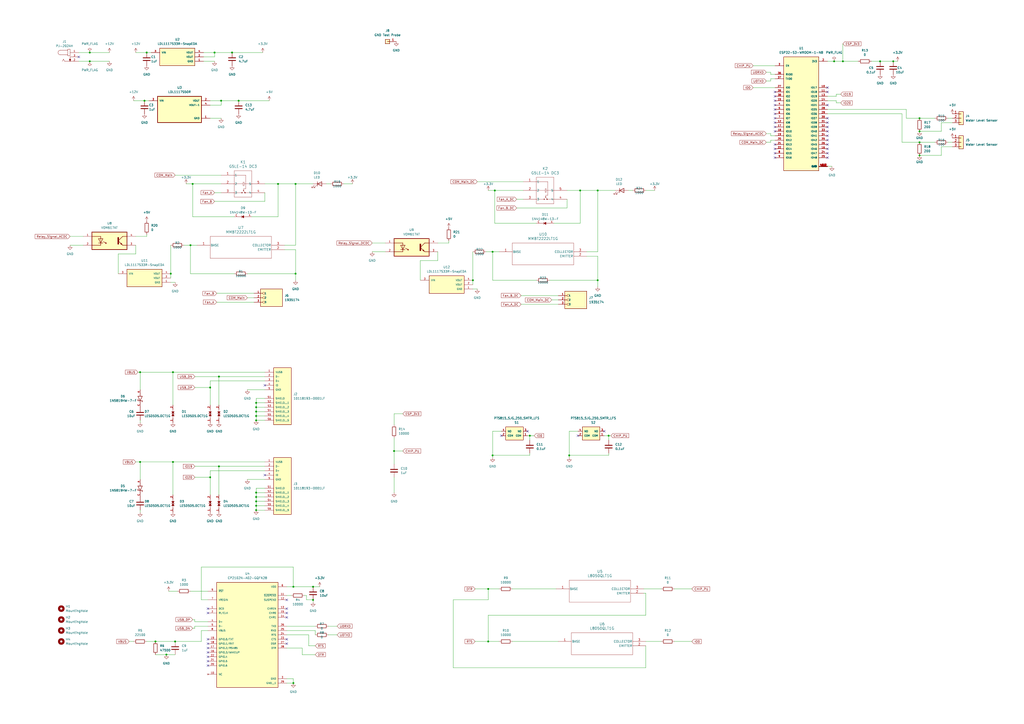
<source format=kicad_sch>
(kicad_sch (version 20230121) (generator eeschema)
  (paper "A2")
  (junction (at 483.87 35.56))
  (junction (at 274.32 162.56))
  (junction (at 128.27 58.42))
  (junction (at 533.4 82.55))
  (junction (at 171.45 158.75))
  (junction (at 533.4 68.58))
  (junction (at 96.52 379.73))
  (junction (at 171.45 106.68))
  (junction (at 336.55 110.49))
  (junction (at 346.71 162.56))
  (junction (at 285.75 264.16))
  (junction (at 170.18 396.24))
  (junction (at 283.21 341.63))
  (junction (at 353.06 252.73))
  (junction (at 148.59 241.3))
  (junction (at 148.59 236.22))
  (junction (at 134.62 30.48))
  (junction (at 283.21 372.11))
  (junction (at 148.59 288.29))
  (junction (at 307.34 252.73))
  (junction (at 510.54 35.56))
  (junction (at 101.6 372.11))
  (junction (at 170.18 340.36))
  (junction (at 81.28 267.97))
  (junction (at 148.59 238.76))
  (junction (at 85.09 30.48))
  (junction (at 83.82 58.42))
  (junction (at 518.16 35.56))
  (junction (at 138.43 58.42))
  (junction (at 99.06 158.75))
  (junction (at 100.33 267.97))
  (junction (at 228.6 261.62))
  (junction (at 488.95 35.56))
  (junction (at 111.76 106.68))
  (junction (at 127 218.44))
  (junction (at 124.46 30.48))
  (junction (at 533.4 76.2))
  (junction (at 52.07 30.48))
  (junction (at 330.2 264.16))
  (junction (at 148.59 285.75))
  (junction (at 110.49 142.24))
  (junction (at 81.28 215.9))
  (junction (at 121.92 276.86))
  (junction (at 148.59 293.37))
  (junction (at 148.59 295.91))
  (junction (at 533.4 90.17))
  (junction (at 181.61 340.36))
  (junction (at 346.71 110.49))
  (junction (at 148.59 290.83))
  (junction (at 100.33 215.9))
  (junction (at 121.92 224.79))
  (junction (at 148.59 243.84))
  (junction (at 285.75 146.05))
  (junction (at 161.29 106.68))
  (junction (at 90.17 372.11))
  (junction (at 52.07 35.56))
  (junction (at 181.61 347.98))
  (junction (at 148.59 233.68))
  (junction (at 287.02 110.49))
  (junction (at 127 270.51))
  (no_connect (at 449.58 55.88))
  (no_connect (at 153.67 275.59))
  (no_connect (at 480.06 50.8))
  (no_connect (at 480.06 91.44))
  (no_connect (at 166.37 370.84))
  (no_connect (at 480.06 76.2))
  (no_connect (at 449.58 71.12))
  (no_connect (at 449.58 91.44))
  (no_connect (at 449.58 58.42))
  (no_connect (at 449.58 83.82))
  (no_connect (at 480.06 73.66))
  (no_connect (at 45.72 33.02))
  (no_connect (at 449.58 68.58))
  (no_connect (at 166.37 373.38))
  (no_connect (at 449.58 73.66))
  (no_connect (at 449.58 63.5))
  (no_connect (at 480.06 81.28))
  (no_connect (at 480.06 53.34))
  (no_connect (at 120.65 386.08))
  (no_connect (at 480.06 60.96))
  (no_connect (at 335.28 252.73))
  (no_connect (at 449.58 76.2))
  (no_connect (at 120.65 383.54))
  (no_connect (at 166.37 358.14))
  (no_connect (at 120.65 370.84))
  (no_connect (at 480.06 78.74))
  (no_connect (at 120.65 381))
  (no_connect (at 480.06 68.58))
  (no_connect (at 120.65 378.46))
  (no_connect (at 166.37 355.6))
  (no_connect (at 480.06 88.9))
  (no_connect (at 449.58 88.9))
  (no_connect (at 306.07 250.19))
  (no_connect (at 449.58 86.36))
  (no_connect (at 166.37 353.06))
  (no_connect (at 120.65 355.6))
  (no_connect (at 480.06 71.12))
  (no_connect (at 449.58 53.34))
  (no_connect (at 449.58 60.96))
  (no_connect (at 480.06 86.36))
  (no_connect (at 480.06 83.82))
  (no_connect (at 166.37 347.98))
  (no_connect (at 120.65 375.92))
  (no_connect (at 290.83 252.73))
  (no_connect (at 120.65 373.38))
  (no_connect (at 350.52 250.19))
  (no_connect (at 153.67 223.52))
  (no_connect (at 449.58 66.04))
  (no_connect (at 120.65 353.06))
  (wire (pts (xy 346.71 148.59) (xy 346.71 162.56)))
  (wire (pts (xy 336.55 129.54) (xy 336.55 110.49)))
  (wire (pts (xy 118.11 30.48) (xy 124.46 30.48)))
  (wire (pts (xy 285.75 264.16) (xy 307.34 264.16)))
  (wire (pts (xy 148.59 290.83) (xy 153.67 290.83)))
  (wire (pts (xy 78.74 142.24) (xy 78.74 147.32)))
  (wire (pts (xy 81.28 215.9) (xy 100.33 215.9)))
  (wire (pts (xy 170.18 393.7) (xy 170.18 396.24)))
  (wire (pts (xy 171.45 142.24) (xy 165.1 142.24)))
  (wire (pts (xy 228.6 276.86) (xy 228.6 285.75)))
  (wire (pts (xy 85.09 30.48) (xy 87.63 30.48)))
  (wire (pts (xy 287.02 129.54) (xy 287.02 110.49)))
  (wire (pts (xy 297.18 372.11) (xy 323.85 372.11)))
  (wire (pts (xy 148.59 236.22) (xy 148.59 238.76)))
  (wire (pts (xy 307.34 252.73) (xy 309.88 252.73)))
  (wire (pts (xy 128.27 60.96) (xy 128.27 58.42)))
  (wire (pts (xy 78.74 30.48) (xy 85.09 30.48)))
  (wire (pts (xy 175.26 375.92) (xy 175.26 379.73)))
  (wire (pts (xy 45.72 35.56) (xy 52.07 35.56)))
  (wire (pts (xy 124.46 30.48) (xy 134.62 30.48)))
  (wire (pts (xy 228.6 261.62) (xy 228.6 269.24)))
  (wire (pts (xy 346.71 162.56) (xy 346.71 166.37)))
  (wire (pts (xy 287.02 110.49) (xy 303.53 110.49)))
  (wire (pts (xy 148.59 233.68) (xy 148.59 236.22)))
  (wire (pts (xy 276.86 105.41) (xy 303.53 105.41)))
  (wire (pts (xy 480.06 58.42) (xy 485.14 58.42)))
  (wire (pts (xy 148.59 236.22) (xy 153.67 236.22)))
  (wire (pts (xy 353.06 252.73) (xy 354.33 252.73)))
  (wire (pts (xy 148.59 241.3) (xy 148.59 243.84)))
  (wire (pts (xy 148.59 231.14) (xy 148.59 233.68)))
  (wire (pts (xy 100.33 215.9) (xy 153.67 215.9)))
  (wire (pts (xy 520.7 35.56) (xy 518.16 35.56)))
  (wire (pts (xy 45.72 30.48) (xy 52.07 30.48)))
  (wire (pts (xy 228.6 261.62) (xy 233.68 261.62)))
  (wire (pts (xy 113.03 364.49) (xy 113.03 363.22)))
  (wire (pts (xy 444.5 41.91) (xy 447.04 41.91)))
  (wire (pts (xy 166.37 365.76) (xy 182.88 365.76)))
  (wire (pts (xy 330.2 250.19) (xy 330.2 264.16)))
  (wire (pts (xy 146.05 125.73) (xy 161.29 125.73)))
  (wire (pts (xy 113.03 270.51) (xy 127 270.51)))
  (wire (pts (xy 374.65 110.49) (xy 379.73 110.49)))
  (wire (pts (xy 485.14 55.88) (xy 485.14 54.61)))
  (wire (pts (xy 121.92 276.86) (xy 121.92 273.05)))
  (wire (pts (xy 346.71 146.05) (xy 340.36 146.05)))
  (wire (pts (xy 148.59 288.29) (xy 148.59 290.83)))
  (wire (pts (xy 336.55 110.49) (xy 346.71 110.49)))
  (wire (pts (xy 374.65 374.65) (xy 374.65 387.35)))
  (wire (pts (xy 113.03 218.44) (xy 127 218.44)))
  (wire (pts (xy 121.92 68.58) (xy 128.27 68.58)))
  (wire (pts (xy 148.59 290.83) (xy 148.59 293.37)))
  (wire (pts (xy 254 151.13) (xy 243.84 151.13)))
  (wire (pts (xy 353.06 262.89) (xy 353.06 264.16)))
  (wire (pts (xy 121.92 276.86) (xy 121.92 287.02)))
  (wire (pts (xy 121.92 220.98) (xy 153.67 220.98)))
  (wire (pts (xy 143.51 172.72) (xy 147.32 172.72)))
  (wire (pts (xy 549.91 82.55) (xy 552.45 82.55)))
  (wire (pts (xy 525.78 68.58) (xy 533.4 68.58)))
  (wire (pts (xy 124.46 111.76) (xy 128.27 111.76)))
  (wire (pts (xy 190.5 368.3) (xy 195.58 368.3)))
  (wire (pts (xy 124.46 116.84) (xy 153.67 116.84)))
  (wire (pts (xy 373.38 341.63) (xy 383.54 341.63)))
  (wire (pts (xy 518.16 35.56) (xy 510.54 35.56)))
  (wire (pts (xy 374.65 387.35) (xy 262.89 387.35)))
  (wire (pts (xy 40.64 142.24) (xy 48.26 142.24)))
  (wire (pts (xy 546.1 90.17) (xy 533.4 90.17)))
  (wire (pts (xy 447.04 77.47) (xy 447.04 78.74)))
  (wire (pts (xy 113.03 224.79) (xy 121.92 224.79)))
  (wire (pts (xy 546.1 85.09) (xy 546.1 90.17)))
  (wire (pts (xy 81.28 267.97) (xy 81.28 278.13)))
  (wire (pts (xy 281.94 146.05) (xy 285.75 146.05)))
  (wire (pts (xy 148.59 233.68) (xy 153.67 233.68)))
  (wire (pts (xy 480.06 55.88) (xy 485.14 55.88)))
  (wire (pts (xy 311.15 162.56) (xy 285.75 162.56)))
  (wire (pts (xy 110.49 342.9) (xy 120.65 342.9)))
  (wire (pts (xy 118.11 33.02) (xy 124.46 33.02)))
  (wire (pts (xy 262.89 347.98) (xy 283.21 347.98)))
  (wire (pts (xy 166.37 393.7) (xy 170.18 393.7)))
  (wire (pts (xy 138.43 58.42) (xy 156.21 58.42)))
  (wire (pts (xy 165.1 144.78) (xy 171.45 144.78)))
  (wire (pts (xy 128.27 58.42) (xy 138.43 58.42)))
  (wire (pts (xy 176.53 345.44) (xy 177.8 345.44)))
  (wire (pts (xy 116.84 347.98) (xy 116.84 328.93)))
  (wire (pts (xy 321.31 129.54) (xy 336.55 129.54)))
  (wire (pts (xy 116.84 372.11) (xy 101.6 372.11)))
  (wire (pts (xy 171.45 158.75) (xy 171.45 162.56)))
  (wire (pts (xy 549.91 68.58) (xy 552.45 68.58)))
  (wire (pts (xy 52.07 35.56) (xy 63.5 35.56)))
  (wire (pts (xy 483.87 35.56) (xy 488.95 35.56)))
  (wire (pts (xy 90.17 379.73) (xy 96.52 379.73)))
  (wire (pts (xy 171.45 106.68) (xy 171.45 142.24)))
  (wire (pts (xy 373.38 344.17) (xy 374.65 344.17)))
  (wire (pts (xy 85.09 135.89) (xy 85.09 137.16)))
  (wire (pts (xy 99.06 142.24) (xy 99.06 158.75)))
  (wire (pts (xy 179.07 368.3) (xy 179.07 374.65)))
  (wire (pts (xy 335.28 250.19) (xy 330.2 250.19)))
  (wire (pts (xy 78.74 137.16) (xy 85.09 137.16)))
  (wire (pts (xy 127 270.51) (xy 127 287.02)))
  (wire (pts (xy 346.71 110.49) (xy 346.71 146.05)))
  (wire (pts (xy 485.14 58.42) (xy 485.14 59.69)))
  (wire (pts (xy 283.21 372.11) (xy 289.56 372.11)))
  (wire (pts (xy 274.32 162.56) (xy 274.32 165.1)))
  (wire (pts (xy 166.37 345.44) (xy 168.91 345.44)))
  (wire (pts (xy 148.59 295.91) (xy 153.67 295.91)))
  (wire (pts (xy 447.04 78.74) (xy 449.58 78.74)))
  (wire (pts (xy 285.75 146.05) (xy 289.56 146.05)))
  (wire (pts (xy 215.9 146.05) (xy 223.52 146.05)))
  (wire (pts (xy 116.84 365.76) (xy 116.84 372.11)))
  (wire (pts (xy 110.49 158.75) (xy 110.49 142.24)))
  (wire (pts (xy 299.72 120.65) (xy 328.93 120.65)))
  (wire (pts (xy 100.33 267.97) (xy 100.33 287.02)))
  (wire (pts (xy 525.78 63.5) (xy 525.78 68.58)))
  (wire (pts (xy 148.59 285.75) (xy 148.59 288.29)))
  (wire (pts (xy 505.46 35.56) (xy 510.54 35.56)))
  (wire (pts (xy 330.2 264.16) (xy 330.2 265.43)))
  (wire (pts (xy 166.37 396.24) (xy 170.18 396.24)))
  (wire (pts (xy 77.47 58.42) (xy 83.82 58.42)))
  (wire (pts (xy 485.14 59.69) (xy 487.68 59.69)))
  (wire (pts (xy 113.03 276.86) (xy 121.92 276.86)))
  (wire (pts (xy 546.1 76.2) (xy 533.4 76.2)))
  (wire (pts (xy 444.5 46.99) (xy 447.04 46.99)))
  (wire (pts (xy 260.35 140.97) (xy 260.35 139.7)))
  (wire (pts (xy 143.51 278.13) (xy 153.67 278.13)))
  (wire (pts (xy 121.92 60.96) (xy 128.27 60.96)))
  (wire (pts (xy 533.4 82.55) (xy 542.29 82.55)))
  (wire (pts (xy 283.21 347.98) (xy 283.21 341.63)))
  (wire (pts (xy 81.28 267.97) (xy 100.33 267.97)))
  (wire (pts (xy 297.18 341.63) (xy 322.58 341.63)))
  (wire (pts (xy 350.52 252.73) (xy 353.06 252.73)))
  (wire (pts (xy 121.92 273.05) (xy 153.67 273.05)))
  (wire (pts (xy 285.75 250.19) (xy 285.75 264.16)))
  (wire (pts (xy 90.17 372.11) (xy 101.6 372.11)))
  (wire (pts (xy 116.84 328.93) (xy 170.18 328.93)))
  (wire (pts (xy 81.28 215.9) (xy 81.28 226.06)))
  (wire (pts (xy 127 218.44) (xy 153.67 218.44)))
  (wire (pts (xy 488.95 35.56) (xy 497.84 35.56)))
  (wire (pts (xy 254 146.05) (xy 254 151.13)))
  (wire (pts (xy 523.24 66.04) (xy 523.24 82.55)))
  (wire (pts (xy 285.75 162.56) (xy 285.75 146.05)))
  (wire (pts (xy 118.11 35.56) (xy 124.46 35.56)))
  (wire (pts (xy 181.61 349.25) (xy 181.61 347.98)))
  (wire (pts (xy 52.07 30.48) (xy 63.5 30.48)))
  (wire (pts (xy 148.59 293.37) (xy 153.67 293.37)))
  (wire (pts (xy 177.8 345.44) (xy 177.8 347.98)))
  (wire (pts (xy 283.21 110.49) (xy 287.02 110.49)))
  (wire (pts (xy 153.67 106.68) (xy 161.29 106.68)))
  (wire (pts (xy 444.5 82.55) (xy 447.04 82.55)))
  (wire (pts (xy 275.59 341.63) (xy 283.21 341.63)))
  (wire (pts (xy 318.77 162.56) (xy 346.71 162.56)))
  (wire (pts (xy 182.88 365.76) (xy 182.88 368.3)))
  (wire (pts (xy 374.65 356.87) (xy 283.21 356.87)))
  (wire (pts (xy 121.92 224.79) (xy 121.92 220.98)))
  (wire (pts (xy 177.8 347.98) (xy 181.61 347.98)))
  (wire (pts (xy 148.59 288.29) (xy 153.67 288.29)))
  (wire (pts (xy 124.46 33.02) (xy 124.46 30.48)))
  (wire (pts (xy 153.67 283.21) (xy 148.59 283.21)))
  (wire (pts (xy 285.75 264.16) (xy 285.75 265.43)))
  (wire (pts (xy 447.04 82.55) (xy 447.04 81.28)))
  (wire (pts (xy 447.04 43.18) (xy 449.58 43.18)))
  (wire (pts (xy 125.73 170.18) (xy 147.32 170.18)))
  (wire (pts (xy 364.49 110.49) (xy 367.03 110.49)))
  (wire (pts (xy 101.6 101.6) (xy 128.27 101.6)))
  (wire (pts (xy 127 270.51) (xy 153.67 270.51)))
  (wire (pts (xy 283.21 356.87) (xy 283.21 372.11)))
  (wire (pts (xy 480.06 35.56) (xy 483.87 35.56)))
  (wire (pts (xy 113.03 360.68) (xy 120.65 360.68)))
  (wire (pts (xy 40.64 137.16) (xy 48.26 137.16)))
  (wire (pts (xy 113.03 359.41) (xy 113.03 360.68)))
  (wire (pts (xy 353.06 264.16) (xy 330.2 264.16)))
  (wire (pts (xy 181.61 340.36) (xy 185.42 340.36)))
  (wire (pts (xy 374.65 344.17) (xy 374.65 356.87)))
  (wire (pts (xy 134.62 30.48) (xy 152.4 30.48)))
  (wire (pts (xy 111.76 106.68) (xy 128.27 106.68)))
  (wire (pts (xy 480.06 66.04) (xy 523.24 66.04)))
  (wire (pts (xy 233.68 240.03) (xy 228.6 240.03)))
  (wire (pts (xy 353.06 252.73) (xy 353.06 255.27)))
  (wire (pts (xy 68.58 147.32) (xy 68.58 158.75)))
  (wire (pts (xy 306.07 252.73) (xy 307.34 252.73)))
  (wire (pts (xy 148.59 238.76) (xy 148.59 241.3)))
  (wire (pts (xy 148.59 293.37) (xy 148.59 295.91)))
  (wire (pts (xy 189.23 106.68) (xy 191.77 106.68)))
  (wire (pts (xy 80.01 215.9) (xy 81.28 215.9)))
  (wire (pts (xy 290.83 250.19) (xy 285.75 250.19)))
  (wire (pts (xy 161.29 125.73) (xy 161.29 106.68)))
  (wire (pts (xy 228.6 254) (xy 228.6 261.62)))
  (wire (pts (xy 274.32 146.05) (xy 274.32 162.56)))
  (wire (pts (xy 436.88 38.1) (xy 449.58 38.1)))
  (wire (pts (xy 143.51 226.06) (xy 153.67 226.06)))
  (wire (pts (xy 83.82 58.42) (xy 86.36 58.42)))
  (wire (pts (xy 153.67 111.76) (xy 153.67 116.84)))
  (wire (pts (xy 346.71 110.49) (xy 356.87 110.49)))
  (wire (pts (xy 99.06 163.83) (xy 101.6 163.83)))
  (wire (pts (xy 148.59 283.21) (xy 148.59 285.75)))
  (wire (pts (xy 447.04 45.72) (xy 449.58 45.72)))
  (wire (pts (xy 113.03 363.22) (xy 120.65 363.22)))
  (wire (pts (xy 111.76 359.41) (xy 113.03 359.41)))
  (wire (pts (xy 148.59 285.75) (xy 153.67 285.75)))
  (wire (pts (xy 391.16 372.11) (xy 401.32 372.11)))
  (wire (pts (xy 287.02 129.54) (xy 311.15 129.54)))
  (wire (pts (xy 121.92 58.42) (xy 128.27 58.42)))
  (wire (pts (xy 148.59 238.76) (xy 153.67 238.76)))
  (wire (pts (xy 135.89 158.75) (xy 110.49 158.75)))
  (wire (pts (xy 111.76 125.73) (xy 135.89 125.73)))
  (wire (pts (xy 99.06 158.75) (xy 99.06 161.29)))
  (wire (pts (xy 320.04 173.99) (xy 323.85 173.99)))
  (wire (pts (xy 125.73 175.26) (xy 147.32 175.26)))
  (wire (pts (xy 302.26 176.53) (xy 323.85 176.53)))
  (wire (pts (xy 148.59 241.3) (xy 153.67 241.3)))
  (wire (pts (xy 447.04 41.91) (xy 447.04 43.18)))
  (wire (pts (xy 190.5 363.22) (xy 195.58 363.22)))
  (wire (pts (xy 170.18 340.36) (xy 181.61 340.36)))
  (wire (pts (xy 546.1 71.12) (xy 546.1 76.2)))
  (wire (pts (xy 488.95 25.4) (xy 488.95 35.56)))
  (wire (pts (xy 78.74 147.32) (xy 68.58 147.32)))
  (wire (pts (xy 166.37 368.3) (xy 179.07 368.3)))
  (wire (pts (xy 153.67 231.14) (xy 148.59 231.14)))
  (wire (pts (xy 485.14 54.61) (xy 487.68 54.61)))
  (wire (pts (xy 275.59 372.11) (xy 283.21 372.11)))
  (wire (pts (xy 166.37 375.92) (xy 175.26 375.92)))
  (wire (pts (xy 97.79 342.9) (xy 102.87 342.9)))
  (wire (pts (xy 307.34 262.89) (xy 307.34 264.16)))
  (wire (pts (xy 523.24 82.55) (xy 533.4 82.55)))
  (wire (pts (xy 111.76 125.73) (xy 111.76 106.68)))
  (wire (pts (xy 546.1 85.09) (xy 552.45 85.09)))
  (wire (pts (xy 106.68 142.24) (xy 110.49 142.24)))
  (wire (pts (xy 480.06 63.5) (xy 525.78 63.5)))
  (wire (pts (xy 175.26 379.73) (xy 182.88 379.73)))
  (wire (pts (xy 254 140.97) (xy 260.35 140.97)))
  (wire (pts (xy 148.59 243.84) (xy 153.67 243.84)))
  (wire (pts (xy 143.51 158.75) (xy 171.45 158.75)))
  (wire (pts (xy 171.45 144.78) (xy 171.45 158.75)))
  (wire (pts (xy 166.37 340.36) (xy 170.18 340.36)))
  (wire (pts (xy 107.95 106.68) (xy 111.76 106.68)))
  (wire (pts (xy 340.36 148.59) (xy 346.71 148.59)))
  (wire (pts (xy 166.37 363.22) (xy 182.88 363.22)))
  (wire (pts (xy 111.76 364.49) (xy 113.03 364.49)))
  (wire (pts (xy 299.72 115.57) (xy 303.53 115.57)))
  (wire (pts (xy 391.16 341.63) (xy 401.32 341.63)))
  (wire (pts (xy 328.93 110.49) (xy 336.55 110.49)))
  (wire (pts (xy 85.09 372.11) (xy 90.17 372.11)))
  (wire (pts (xy 199.39 106.68) (xy 204.47 106.68)))
  (wire (pts (xy 170.18 328.93) (xy 170.18 340.36)))
  (wire (pts (xy 78.74 267.97) (xy 81.28 267.97)))
  (wire (pts (xy 447.04 81.28) (xy 449.58 81.28)))
  (wire (pts (xy 96.52 379.73) (xy 101.6 379.73)))
  (wire (pts (xy 228.6 240.03) (xy 228.6 246.38)))
  (wire (pts (xy 482.6 96.52) (xy 480.06 96.52)))
  (wire (pts (xy 161.29 106.68) (xy 171.45 106.68)))
  (wire (pts (xy 328.93 115.57) (xy 328.93 120.65)))
  (wire (pts (xy 274.32 167.64) (xy 276.86 167.64)))
  (wire (pts (xy 179.07 374.65) (xy 182.88 374.65)))
  (wire (pts (xy 444.5 77.47) (xy 447.04 77.47)))
  (wire (pts (xy 447.04 46.99) (xy 447.04 45.72)))
  (wire (pts (xy 262.89 387.35) (xy 262.89 347.98)))
  (wire (pts (xy 100.33 215.9) (xy 100.33 234.95)))
  (wire (pts (xy 283.21 341.63) (xy 289.56 341.63)))
  (wire (pts (xy 533.4 68.58) (xy 542.29 68.58)))
  (wire (pts (xy 374.65 372.11) (xy 383.54 372.11)))
  (wire (pts (xy 127 218.44) (xy 127 234.95)))
  (wire (pts (xy 436.88 50.8) (xy 449.58 50.8)))
  (wire (pts (xy 100.33 267.97) (xy 153.67 267.97)))
  (wire (pts (xy 121.92 224.79) (xy 121.92 234.95)))
  (wire (pts (xy 302.26 171.45) (xy 323.85 171.45)))
  (wire (pts (xy 81.28 243.84) (xy 81.28 245.11)))
  (wire (pts (xy 74.93 372.11) (xy 77.47 372.11)))
  (wire (pts (xy 307.34 252.73) (xy 307.34 255.27)))
  (wire (pts (xy 110.49 142.24) (xy 114.3 142.24)))
  (wire (pts (xy 81.28 295.91) (xy 81.28 297.18)))
  (wire (pts (xy 120.65 365.76) (xy 116.84 365.76)))
  (wire (pts (xy 171.45 106.68) (xy 181.61 106.68)))
  (wire (pts (xy 243.84 151.13) (xy 243.84 162.56)))
  (wire (pts (xy 546.1 71.12) (xy 552.45 71.12)))
  (wire (pts (xy 215.9 140.97) (xy 223.52 140.97)))
  (wire (pts (xy 120.65 347.98) (xy 116.84 347.98)))
  (global_label "COM_Main" (shape input) (at 101.6 101.6 180) (property "Intersheetrefs" "${INTERSHEET_REFS}" (effects hide)))
  (global_label "U0RXD" (shape input) (at 444.5 41.91 180) (property "Intersheetrefs" "${INTERSHEET_REFS}" (effects hide)))
  (global_label "Fan_B" (shape input) (at 125.73 170.18 180) (property "Intersheetrefs" "${INTERSHEET_REFS}" (effects hide)))
  (global_label "COM_Main_DC" (shape input) (at 444.5 82.55 180) (property "Intersheetrefs" "${INTERSHEET_REFS}" (effects hide)))
  (global_label "Relay_Signal_ACDC" (shape input) (at 444.5 77.47 180) (property "Intersheetrefs" "${INTERSHEET_REFS}" (effects hide)))
  (global_label "Relay_Signal_DCDC" (shape input) (at 215.9 140.97 180) (property "Intersheetrefs" "${INTERSHEET_REFS}" (effects hide)))
  (global_label "VBUS" (shape input) (at 78.74 267.97 180) (property "Intersheetrefs" "${INTERSHEET_REFS}" (effects hide)))
  (global_label "IO0" (shape input) (at 309.88 252.73 0) (property "Intersheetrefs" "${INTERSHEET_REFS}" (effects hide)))
  (global_label "Fan_A" (shape input) (at 125.73 175.26 180) (property "Intersheetrefs" "${INTERSHEET_REFS}" (effects hide)))
  (global_label "U0RXD" (shape input) (at 195.58 363.22 0) (property "Intersheetrefs" "${INTERSHEET_REFS}" (effects hide)))
  (global_label "Fan_B" (shape input) (at 124.46 116.84 180) (property "Intersheetrefs" "${INTERSHEET_REFS}" (effects hide)))
  (global_label "Fan_B_DC" (shape input) (at 299.72 120.65 180) (property "Intersheetrefs" "${INTERSHEET_REFS}" (effects hide)))
  (global_label "U0TXD" (shape input) (at 195.58 368.3 0) (property "Intersheetrefs" "${INTERSHEET_REFS}" (effects hide)))
  (global_label "CHIP_PU" (shape input) (at 401.32 341.63 0) (property "Intersheetrefs" "${INTERSHEET_REFS}" (effects hide)))
  (global_label "Fan_A_DC" (shape input) (at 299.72 115.57 180) (property "Intersheetrefs" "${INTERSHEET_REFS}" (effects hide)))
  (global_label "ESP_3V3" (shape input) (at 488.95 25.4 0) (property "Intersheetrefs" "${INTERSHEET_REFS}" (effects hide)))
  (global_label "COM_Main_DC" (shape input) (at 276.86 105.41 180) (property "Intersheetrefs" "${INTERSHEET_REFS}" (effects hide)))
  (global_label "CHIP_PU" (shape input) (at 436.88 38.1 180) (property "Intersheetrefs" "${INTERSHEET_REFS}" (effects hide)))
  (global_label "DTR" (shape input) (at 275.59 341.63 180) (property "Intersheetrefs" "${INTERSHEET_REFS}" (effects hide)))
  (global_label "IO19" (shape input) (at 487.68 54.61 0) (property "Intersheetrefs" "${INTERSHEET_REFS}" (effects hide)))
  (global_label "RTS" (shape input) (at 275.59 372.11 180) (property "Intersheetrefs" "${INTERSHEET_REFS}" (effects hide)))
  (global_label "IO0" (shape input) (at 436.88 50.8 180) (property "Intersheetrefs" "${INTERSHEET_REFS}" (effects hide)))
  (global_label "CHIP_PU" (shape input) (at 233.68 261.62 0) (property "Intersheetrefs" "${INTERSHEET_REFS}" (effects hide)))
  (global_label "COM_Main_DC" (shape input) (at 320.04 173.99 180) (property "Intersheetrefs" "${INTERSHEET_REFS}" (effects hide)))
  (global_label "Fan_A" (shape input) (at 124.46 111.76 180) (property "Intersheetrefs" "${INTERSHEET_REFS}" (effects hide)))
  (global_label "IO20" (shape input) (at 113.03 276.86 180) (property "Intersheetrefs" "${INTERSHEET_REFS}" (effects hide)))
  (global_label "Fan_B_DC" (shape input) (at 302.26 171.45 180) (property "Intersheetrefs" "${INTERSHEET_REFS}" (effects hide)))
  (global_label "USB_DP" (shape input) (at 113.03 224.79 180) (property "Intersheetrefs" "${INTERSHEET_REFS}" (effects hide)))
  (global_label "VBUS" (shape input) (at 80.01 215.9 180) (property "Intersheetrefs" "${INTERSHEET_REFS}" (effects hide)))
  (global_label "U0TXD" (shape input) (at 444.5 46.99 180) (property "Intersheetrefs" "${INTERSHEET_REFS}" (effects hide)))
  (global_label "VBUS" (shape input) (at 74.93 372.11 180) (property "Intersheetrefs" "${INTERSHEET_REFS}" (effects hide)))
  (global_label "USB_DN" (shape input) (at 111.76 364.49 180) (property "Intersheetrefs" "${INTERSHEET_REFS}" (effects hide)))
  (global_label "RTS" (shape input) (at 182.88 374.65 0) (property "Intersheetrefs" "${INTERSHEET_REFS}" (effects hide)))
  (global_label "IO20" (shape input) (at 487.68 59.69 0) (property "Intersheetrefs" "${INTERSHEET_REFS}" (effects hide)))
  (global_label "CHIP_PU" (shape input) (at 354.33 252.73 0) (property "Intersheetrefs" "${INTERSHEET_REFS}" (effects hide)))
  (global_label "ESP_3V3" (shape input) (at 233.68 240.03 0) (property "Intersheetrefs" "${INTERSHEET_REFS}" (effects hide)))
  (global_label "USB_DN" (shape input) (at 113.03 218.44 180) (property "Intersheetrefs" "${INTERSHEET_REFS}" (effects hide)))
  (global_label "COM_Main" (shape input) (at 143.51 172.72 180) (property "Intersheetrefs" "${INTERSHEET_REFS}" (effects hide)))
  (global_label "Fan_A_DC" (shape input) (at 302.26 176.53 180) (property "Intersheetrefs" "${INTERSHEET_REFS}" (effects hide)))
  (global_label "DTR" (shape input) (at 182.88 379.73 0) (property "Intersheetrefs" "${INTERSHEET_REFS}" (effects hide)))
  (global_label "Relay_Signal_ACDC" (shape input) (at 40.64 137.16 180) (property "Intersheetrefs" "${INTERSHEET_REFS}" (effects hide)))
  (global_label "USB_DP" (shape input) (at 111.76 359.41 180) (property "Intersheetrefs" "${INTERSHEET_REFS}" (effects hide)))
  (global_label "IO19" (shape input) (at 113.03 270.51 180) (property "Intersheetrefs" "${INTERSHEET_REFS}" (effects hide)))
  (global_label "IO0" (shape input) (at 401.32 372.11 0) (property "Intersheetrefs" "${INTERSHEET_REFS}" (effects hide)))
  (symbol (lib_id "Device:R") (at 314.96 162.56 90) (unit 1)
    (property "Reference" "R23" (at 314.96 161.29 90))
    (property "Value" "10000" (at 314.96 163.83 90))
  )
  (symbol (lib_id "power:GND") (at 83.82 66.04 0) (unit 1)
    (property "Reference" "#PWR08" (effects hide))
    (property "Value" "GND" (at 83.82 71.12 0))
  )
  (symbol (lib_id "ECE445:LESD5D5.0CT1G") (at 127 292.1 90) (unit 1)
    (property "Reference" "D4" (at 129.54 290.83 90) (effects (justify right)))
    (property "Value" "LESD5D5.0CT1G" (at 129.54 293.37 90) (effects (justify right)))
    (property "Footprint" "ECE445:LESD5D5_0CT1G" (effects hide))
    (property "MF" "Leshan Radio Co." (effects hide))
    (property "MAXIMUM_PACKAGE_HEIGHT" "0.7 mm" (effects hide))
    (property "Package" "None" (effects hide))
    (property "Price" "None" (effects hide))
    (property "Check_prices" "https://www.snapeda.com/parts/LESD5D5.0CT1G/Leshan+Radio+Co./view-part/?ref=eda" (effects hide))
    (property "STANDARD" "Manufacturer Recommendations" (effects hide))
    (property "PARTREV" "O" (effects hide))
    (property "SnapEDA_Link" "https://www.snapeda.com/parts/LESD5D5.0CT1G/Leshan+Radio+Co./view-part/?ref=snap" (effects hide))
    (property "MP" "LESD5D5.0CT1G" (effects hide))
    (property "Description" "\nTransient Voltage Suppressors for ESD Protection\n" (effects hide))
    (property "Availability" "Not in stock" (effects hide))
    (property "MANUFACTURER" "LRC" (effects hide))
  )
  (symbol (lib_id "power:GND") (at 510.54 43.18 0) (mirror y) (unit 1)
    (property "Reference" "#PWR014" (effects hide))
    (property "Value" "GND" (at 510.54 48.26 0))
  )
  (symbol (lib_id "Device:R") (at 85.09 132.08 0) (unit 1)
    (property "Reference" "R20" (at 87.63 130.81 0) (effects (justify left)))
    (property "Value" "0" (at 87.63 133.35 0) (effects (justify left)))
  )
  (symbol (lib_id "Mechanical:MountingHole") (at 35.56 372.11 0) (unit 1)
    (property "Reference" "H4" (at 38.1 370.84 0) (effects (justify left)))
    (property "Value" "MountingHole" (at 38.1 373.38 0) (effects (justify left)))
    (property "Footprint" "MountingHole:MountingHole_3.2mm_M3" (effects hide))
  )
  (symbol (lib_id "Device:R") (at 195.58 106.68 90) (unit 1)
    (property "Reference" "R19" (at 195.58 105.41 90))
    (property "Value" "1000" (at 195.58 107.95 90))
  )
  (symbol (lib_id "Device:R") (at 546.1 82.55 90) (unit 1)
    (property "Reference" "R16" (at 546.1 81.28 90))
    (property "Value" "100" (at 546.1 83.82 90))
  )
  (symbol (lib_id "Device:R") (at 186.69 368.3 90) (unit 1)
    (property "Reference" "R8" (at 186.69 367.03 90))
    (property "Value" "0" (at 186.69 369.57 90))
    (property "Footprint" "Resistor_SMD:R_0805_2012Metric_Pad1.20x1.40mm_HandSolder" (effects hide))
  )
  (symbol (lib_id "ECE445:LDL1117S33R-SnapEDA") (at 83.82 161.29 0) (unit 1)
    (property "Reference" "U11" (at 83.82 151.13 0))
    (property "Value" "LDL1117S33R-SnapEDA" (at 83.82 153.67 0))
    (property "Footprint" "LDL1117S33R:SOT230P700X180-4N" (effects hide))
    (property "DigiKey_Part_Number" "497-17239-2-ND" (effects hide))
    (property "MF" "STMicroelectronics" (effects hide))
    (property "MAXIMUM_PACKAGE_HEIGHT" "1.8 mm" (effects hide))
    (property "Package" "SOT-223 STMicroelectronics" (effects hide))
    (property "Check_prices" "https://www.snapeda.com/parts/LDL1117S33R/STMicroelectronics/view-part/?ref=eda" (effects hide))
    (property "STANDARD" "IPC 7351B" (effects hide))
    (property "PARTREV" "7" (effects hide))
    (property "SnapEDA_Link" "https://www.snapeda.com/parts/LDL1117S33R/STMicroelectronics/view-part/?ref=snap" (effects hide))
    (property "MP" "LDL1117S33R" (effects hide))
    (property "Purchase-URL" "https://www.snapeda.com/api/url_track_click_mouser/?unipart_id=865632&manufacturer=STMicroelectronics&part_name=LDL1117S33R&search_term=ldl1117s33r" (effects hide))
    (property "Description" "\nLinear Voltage Regulator IC Positive Fixed 1 Output 1.2A SOT-223\n" (effects hide))
    (property "SNAPEDA_PN" "LDL1117S33R" (effects hide))
    (property "MANUFACTURER" "STMicroelectronics" (effects hide))
  )
  (symbol (lib_id "ECE445:G5LE-14_DC3") (at 303.53 105.41 0) (unit 1)
    (property "Reference" "K2" (at 316.23 97.79 0) (effects (font (size 1.524 1.524))))
    (property "Value" "G5LE-14 DC3" (at 316.23 100.33 0) (effects (font (size 1.524 1.524))))
    (property "Footprint" "RELAY_G5LE-1 DC5_OMR" (effects hide))
    (property "Datasheet" "G5LE-14 DC3" (effects hide))
  )
  (symbol (lib_id "Connector_Generic:Conn_01x03") (at 557.53 82.55 0) (unit 1)
    (property "Reference" "J5" (at 560.07 81.28 0) (effects (justify left)))
    (property "Value" "Water Level Sensor" (at 560.07 83.82 0) (effects (justify left)))
  )
  (symbol (lib_id "ECE445:1N4148W-13-F") (at 316.23 129.54 180) (unit 1)
    (property "Reference" "D11" (at 316.23 124.46 0))
    (property "Value" "1N4148W-13-F" (at 316.23 127 0))
    (property "Footprint" "1N4148W-13-F:SOD3715X135N" (effects hide))
    (property "PARTREV" "28-2" (effects hide))
    (property "MANUFACTURER" "Diodes" (effects hide))
    (property "STANDARD" "IPC-7351B" (effects hide))
  )
  (symbol (lib_id "power:PWR_FLAG") (at 52.07 30.48 0) (unit 1)
    (property "Reference" "#FLG01" (effects hide))
    (property "Value" "PWR_FLAG" (at 52.07 25.4 0))
  )
  (symbol (lib_id "power:GND") (at 533.4 76.2 0) (unit 1)
    (property "Reference" "#PWR037" (effects hide))
    (property "Value" "GND" (at 533.4 80.01 0))
  )
  (symbol (lib_id "power:GND") (at 100.33 297.18 0) (unit 1)
    (property "Reference" "#PWR033" (effects hide))
    (property "Value" "GND" (at 100.33 302.26 0))
  )
  (symbol (lib_id "power:+5V") (at 552.45 66.04 0) (unit 1)
    (property "Reference" "#PWR034" (effects hide))
    (property "Value" "+5V" (at 552.45 60.96 0))
  )
  (symbol (lib_id "power:+3.3V") (at 107.95 106.68 0) (unit 1)
    (property "Reference" "#PWR042" (effects hide))
    (property "Value" "+3.3V" (at 107.95 102.87 0))
  )
  (symbol (lib_id "ECE445:L8050QLT1G") (at 323.85 372.11 0) (unit 1)
    (property "Reference" "U6" (at 349.25 361.95 0) (effects (font (size 1.524 1.524))))
    (property "Value" "L8050QLT1G" (at 349.25 364.49 0) (effects (font (size 1.524 1.524))))
    (property "Footprint" "ECE445:SOT-23_ONS" (effects hide))
    (property "Datasheet" "KSC3265YMTF" (effects hide))
  )
  (symbol (lib_id "Device:R") (at 293.37 341.63 90) (unit 1)
    (property "Reference" "R9" (at 293.37 335.28 90))
    (property "Value" "10000" (at 293.37 337.82 90))
    (property "Footprint" "Resistor_SMD:R_0805_2012Metric_Pad1.20x1.40mm_HandSolder" (effects hide))
  )
  (symbol (lib_id "Connector_Generic:Conn_01x03") (at 557.53 68.58 0) (unit 1)
    (property "Reference" "J4" (at 560.07 67.31 0) (effects (justify left)))
    (property "Value" "Water Level Sensor" (at 560.07 69.85 0) (effects (justify left)))
  )
  (symbol (lib_id "Device:R") (at 533.4 86.36 0) (unit 1)
    (property "Reference" "R18" (at 535.94 85.09 0) (effects (justify left)))
    (property "Value" "200" (at 535.94 87.63 0) (effects (justify left)))
  )
  (symbol (lib_id "power:GND") (at 121.92 297.18 0) (unit 1)
    (property "Reference" "#PWR018" (effects hide))
    (property "Value" "GND" (at 121.92 302.26 0))
  )
  (symbol (lib_id "ECE445:L8050QLT1G") (at 322.58 341.63 0) (unit 1)
    (property "Reference" "U5" (at 347.98 331.47 0) (effects (font (size 1.524 1.524))))
    (property "Value" "L8050QLT1G" (at 347.98 334.01 0) (effects (font (size 1.524 1.524))))
    (property "Footprint" "ECE445:SOT-23_ONS" (effects hide))
    (property "Datasheet" "KSC3265YMTF" (effects hide))
  )
  (symbol (lib_id "ECE445:MMBT2222LT1G") (at 114.3 142.24 0) (unit 1)
    (property "Reference" "U7" (at 139.7 132.08 0) (effects (font (size 1.524 1.524))))
    (property "Value" "MMBT2222LT1G" (at 139.7 134.62 0) (effects (font (size 1.524 1.524))))
    (property "Footprint" "SOT-23-3_1P4X3P040_ONS" (effects hide))
    (property "Datasheet" "MMBT2222LT1G" (effects hide))
  )
  (symbol (lib_id "Device:R") (at 228.6 250.19 0) (unit 1)
    (property "Reference" "R14" (at 231.14 248.92 0) (effects (justify left)))
    (property "Value" "10000" (at 231.14 251.46 0) (effects (justify left)))
    (property "Footprint" "Resistor_SMD:R_0805_2012Metric_Pad1.20x1.40mm_HandSolder" (effects hide))
  )
  (symbol (lib_id "Device:C") (at 101.6 375.92 0) (unit 1)
    (property "Reference" "C9" (at 105.41 374.65 0) (effects (justify left)))
    (property "Value" "1uF" (at 105.41 377.19 0) (effects (justify left)))
    (property "Footprint" "Capacitor_SMD:C_0805_2012Metric_Pad1.18x1.45mm_HandSolder" (effects hide))
  )
  (symbol (lib_id "Device:LED") (at 360.68 110.49 0) (unit 1)
    (property "Reference" "D12" (at 359.0925 104.14 0))
    (property "Value" "LED" (at 359.0925 106.68 0))
  )
  (symbol (lib_id "power:GND") (at 128.27 68.58 0) (unit 1)
    (property "Reference" "#PWR036" (effects hide))
    (property "Value" "GND" (at 128.27 73.66 0))
  )
  (symbol (lib_id "power:GND") (at 138.43 66.04 0) (unit 1)
    (property "Reference" "#PWR039" (effects hide))
    (property "Value" "GND" (at 138.43 71.12 0))
  )
  (symbol (lib_id "ECE445:10118193-0001LF") (at 163.83 275.59 0) (unit 1)
    (property "Reference" "J3" (at 170.18 280.67 0) (effects (justify left)))
    (property "Value" "10118193-0001LF" (at 170.18 283.21 0) (effects (justify left)))
    (property "Footprint" "ECE445:10118193-0001LF" (effects hide))
    (property "PARTREV" "E" (effects hide))
    (property "MANUFACTURER" "Amphenol FCI" (effects hide))
    (property "MAXIMUM_PACKAGE_HEIGHT" "2.55 mm" (effects hide))
    (property "STANDARD" "Manufacturer Recommendations" (effects hide))
  )
  (symbol (lib_id "Device:C") (at 134.62 34.29 0) (unit 1)
    (property "Reference" "C2" (at 138.43 33.02 0) (effects (justify left)))
    (property "Value" "4.7uF" (at 138.43 35.56 0) (effects (justify left)))
    (property "Footprint" "Capacitor_SMD:C_0805_2012Metric_Pad1.18x1.45mm_HandSolder" (effects hide))
  )
  (symbol (lib_id "power:GND") (at 229.87 24.13 0) (unit 1)
    (property "Reference" "#PWR051" (effects hide))
    (property "Value" "GND" (at 229.87 29.21 0))
  )
  (symbol (lib_id "ECE445:1N5819HW-7-F") (at 81.28 283.21 270) (unit 1)
    (property "Reference" "D5" (at 69.85 281.94 90) (effects (justify left)))
    (property "Value" "1N5819HW-7-F" (at 63.5 284.48 90) (effects (justify left)))
    (property "Footprint" "ECE445:1N5819HW-7-F" (effects hide))
    (property "PARTREV" "18-2" (effects hide))
    (property "STANDARD" "IPC-7351B" (effects hide))
    (property "MANUFACTURER" "Diodes Inc." (effects hide))
  )
  (symbol (lib_id "ECE445:VOM617AT") (at 63.5 139.7 0) (unit 1)
    (property "Reference" "U8" (at 63.5 129.54 0))
    (property "Value" "VOM617AT" (at 63.5 132.08 0))
    (property "Footprint" "VOM617AT:SOIC254P695X242-4N" (effects hide))
    (property "MF" "Vishay Semiconductor" (effects hide))
    (property "Description" "\nVOM617AT DC Input Phototransistor Output Optocoupler, Surface Mount, 4-Pin SOP | Siliconix / Vishay VOM617AT\n" (effects hide))
    (property "Package" "SOP-4 Vishay Semiconductor" (effects hide))
    (property "Price" "None" (effects hide))
    (property "Check_prices" "https://www.snapeda.com/parts/VOM617AT/Vishay+Semiconductor+Opto+Division/view-part/?ref=eda" (effects hide))
    (property "SnapEDA_Link" "https://www.snapeda.com/parts/VOM617AT/Vishay+Semiconductor+Opto+Division/view-part/?ref=snap" (effects hide))
    (property "MP" "VOM617AT" (effects hide))
    (property "Purchase-URL" "https://www.snapeda.com/api/url_track_click_mouser/?unipart_id=289684&manufacturer=Vishay Semiconductor&part_name=VOM617AT&search_term=sop 4 pin" (effects hide))
    (property "Availability" "In Stock" (effects hide))
    (property "MANUFACTURER" "VISHAY" (effects hide))
  )
  (symbol (lib_id "Device:C") (at 353.06 259.08 0) (unit 1)
    (property "Reference" "C12" (at 356.87 257.81 0) (effects (justify left)))
    (property "Value" "0.1uF" (at 356.87 260.35 0) (effects (justify left)))
    (property "Footprint" "Capacitor_SMD:C_0805_2012Metric_Pad1.18x1.45mm_HandSolder" (effects hide))
  )
  (symbol (lib_id "ECE445:1N5819HW-7-F") (at 81.28 231.14 270) (unit 1)
    (property "Reference" "D6" (at 69.85 229.87 90) (effects (justify left)))
    (property "Value" "1N5819HW-7-F" (at 63.5 232.41 90) (effects (justify left)))
    (property "Footprint" "ECE445:1N5819HW-7-F" (effects hide))
    (property "PARTREV" "18-2" (effects hide))
    (property "STANDARD" "IPC-7351B" (effects hide))
    (property "MANUFACTURER" "Diodes Inc." (effects hide))
  )
  (symbol (lib_id "ECE445:LESD5D5.0CT1G") (at 121.92 240.03 90) (unit 1)
    (property "Reference" "D1" (at 105.41 238.76 90) (effects (justify right)))
    (property "Value" "LESD5D5.0CT1G" (at 105.41 241.3 90) (effects (justify right)))
    (property "Footprint" "ECE445:LESD5D5_0CT1G" (effects hide))
    (property "MF" "Leshan Radio Co." (effects hide))
    (property "MAXIMUM_PACKAGE_HEIGHT" "0.7 mm" (effects hide))
    (property "Package" "None" (effects hide))
    (property "Price" "None" (effects hide))
    (property "Check_prices" "https://www.snapeda.com/parts/LESD5D5.0CT1G/Leshan+Radio+Co./view-part/?ref=eda" (effects hide))
    (property "STANDARD" "Manufacturer Recommendations" (effects hide))
    (property "PARTREV" "O" (effects hide))
    (property "SnapEDA_Link" "https://www.snapeda.com/parts/LESD5D5.0CT1G/Leshan+Radio+Co./view-part/?ref=snap" (effects hide))
    (property "MP" "LESD5D5.0CT1G" (effects hide))
    (property "Description" "\nTransient Voltage Suppressors for ESD Protection\n" (effects hide))
    (property "Availability" "Not in stock" (effects hide))
    (property "MANUFACTURER" "LRC" (effects hide))
  )
  (symbol (lib_id "power:GND") (at 285.75 265.43 0) (unit 1)
    (property "Reference" "#PWR030" (effects hide))
    (property "Value" "GND" (at 285.75 270.51 0))
  )
  (symbol (lib_id "power:GND") (at 276.86 167.64 0) (unit 1)
    (property "Reference" "#PWR053" (effects hide))
    (property "Value" "GND" (at 276.86 172.72 0))
  )
  (symbol (lib_id "power:+12V") (at 63.5 30.48 0) (unit 1)
    (property "Reference" "#PWR01" (effects hide))
    (property "Value" "+12V" (at 63.5 25.4 0))
  )
  (symbol (lib_id "power:+3.3V") (at 185.42 340.36 0) (unit 1)
    (property "Reference" "#PWR025" (effects hide))
    (property "Value" "+3.3V" (at 185.42 335.28 0))
  )
  (symbol (lib_id "ECE445:ESP32-S3-WROOM-1-N8") (at 464.82 63.5 0) (unit 1)
    (property "Reference" "U1" (at 464.82 27.94 0))
    (property "Value" "ESP32-S3-WROOM-1-N8" (at 464.82 30.48 0))
    (property "Footprint" "ECE445:ESP32-S3-WROOM-1-N8-SnapEDA" (effects hide))
    (property "DigiKey_Part_Number" "1965-ESP32-S3-WROOM-1-N8TR-ND" (effects hide))
    (property "MF" "Espressif Systems" (effects hide))
    (property "DESCRIPTION" "Bluetooth, WiFi 802.11b/g/n, Bluetooth v5.0 Transceiver Module 2.4GHz PCB Trace Surface Mount" (effects hide))
    (property "PACKAGE" "None" (effects hide))
    (property "PRICE" "None" (effects hide))
    (property "Package" "NON STANDARD Espressif Systems" (effects hide))
    (property "Check_prices" "https://www.snapeda.com/parts/ESP32-S3-WROOM-1-N8/Espressif+Systems/view-part/?ref=eda" (effects hide))
    (property "SnapEDA_Link" "https://www.snapeda.com/parts/ESP32-S3-WROOM-1-N8/Espressif+Systems/view-part/?ref=snap" (effects hide))
    (property "MP" "ESP32-S3-WROOM-1-N8" (effects hide))
    (property "Purchase-URL" "https://www.snapeda.com/api/url_track_click_mouser/?unipart_id=11020927&manufacturer=Espressif Systems&part_name=ESP32-S3-WROOM-1-N8&search_term=None" (effects hide))
    (property "Description" "\nWiFi 802.11a/b/g/n, Bluetooth v5.0 Transceiver Module 2.4GHz Antenna Not Included -\n" (effects hide))
    (property "AVAILABILITY" "In Stock" (effects hide))
    (property "PURCHASE-URL" "https://pricing.snapeda.com/search/part/ESP32-S3-WROOM-1-N8R8/?ref=eda" (effects hide))
  )
  (symbol (lib_id "power:GND") (at 181.61 349.25 0) (unit 1)
    (property "Reference" "#PWR026" (effects hide))
    (property "Value" "GND" (at 181.61 354.33 0))
  )
  (symbol (lib_id "ECE445:1N4148W-13-F") (at 140.97 125.73 180) (unit 1)
    (property "Reference" "D9" (at 140.97 120.65 0))
    (property "Value" "1N4148W-13-F" (at 140.97 123.19 0))
    (property "Footprint" "1N4148W-13-F:SOD3715X135N" (effects hide))
    (property "PARTREV" "28-2" (effects hide))
    (property "MANUFACTURER" "Diodes" (effects hide))
    (property "STANDARD" "IPC-7351B" (effects hide))
  )
  (symbol (lib_id "Device:C") (at 83.82 62.23 0) (unit 1)
    (property "Reference" "C3" (at 86.36 60.96 0) (effects (justify left)))
    (property "Value" "1uF" (at 86.36 63.5 0) (effects (justify left)))
    (property "Footprint" "Capacitor_SMD:C_0805_2012Metric_Pad1.18x1.45mm_HandSolder" (effects hide))
  )
  (symbol (lib_id "Device:R") (at 172.72 345.44 270) (unit 1)
    (property "Reference" "R4" (at 172.72 347.98 90))
    (property "Value" "10000" (at 172.72 350.52 90))
    (property "Footprint" "Resistor_SMD:R_0805_2012Metric_Pad1.20x1.40mm_HandSolder" (effects hide))
  )
  (symbol (lib_id "Device:R") (at 106.68 342.9 90) (unit 1)
    (property "Reference" "R3" (at 106.68 336.55 90))
    (property "Value" "1000" (at 106.68 339.09 90))
    (property "Footprint" "Resistor_SMD:R_0805_2012Metric_Pad1.20x1.40mm_HandSolder" (effects hide))
  )
  (symbol (lib_id "Mechanical:MountingHole") (at 35.56 365.76 0) (unit 1)
    (property "Reference" "H3" (at 38.1 364.49 0) (effects (justify left)))
    (property "Value" "MountingHole" (at 38.1 367.03 0) (effects (justify left)))
    (property "Footprint" "MountingHole:MountingHole_3.2mm_M3" (effects hide))
  )
  (symbol (lib_id "Device:LED") (at 185.42 106.68 0) (unit 1)
    (property "Reference" "D10" (at 183.8325 100.33 0))
    (property "Value" "LED" (at 183.8325 102.87 0))
  )
  (symbol (lib_id "power:GND") (at 124.46 35.56 0) (unit 1)
    (property "Reference" "#PWR04" (effects hide))
    (property "Value" "GND" (at 124.46 40.64 0))
  )
  (symbol (lib_id "power:GND") (at 171.45 162.56 0) (unit 1)
    (property "Reference" "#PWR043" (effects hide))
    (property "Value" "GND" (at 171.45 167.64 0))
  )
  (symbol (lib_id "Device:R") (at 186.69 363.22 90) (unit 1)
    (property "Reference" "R7" (at 186.69 361.95 90))
    (property "Value" "0" (at 186.69 364.49 90))
    (property "Footprint" "Resistor_SMD:R_0805_2012Metric_Pad1.20x1.40mm_HandSolder" (effects hide))
  )
  (symbol (lib_id "power:GND") (at 81.28 245.11 0) (unit 1)
    (property "Reference" "#PWR022" (effects hide))
    (property "Value" "GND" (at 81.28 250.19 0))
  )
  (symbol (lib_id "power:GND") (at 85.09 38.1 0) (unit 1)
    (property "Reference" "#PWR012" (effects hide))
    (property "Value" "GND" (at 85.09 43.18 0))
  )
  (symbol (lib_id "power:+5V") (at 85.09 128.27 0) (unit 1)
    (property "Reference" "#PWR045" (effects hide))
    (property "Value" "+5V" (at 85.09 123.19 0))
  )
  (symbol (lib_id "power:GND") (at 127 297.18 0) (unit 1)
    (property "Reference" "#PWR019" (effects hide))
    (property "Value" "GND" (at 127 302.26 0))
  )
  (symbol (lib_id "power:+12V") (at 77.47 58.42 0) (unit 1)
    (property "Reference" "#PWR06" (effects hide))
    (property "Value" "+12V" (at 77.47 53.34 0))
  )
  (symbol (lib_id "power:GND") (at 533.4 90.17 0) (unit 1)
    (property "Reference" "#PWR038" (effects hide))
    (property "Value" "GND" (at 533.4 93.98 0))
  )
  (symbol (lib_id "power:+3.3V") (at 283.21 110.49 0) (unit 1)
    (property "Reference" "#PWR048" (effects hide))
    (property "Value" "+3.3V" (at 283.21 106.68 0))
  )
  (symbol (lib_id "ECE445:G5LE-14_DC3") (at 128.27 101.6 0) (unit 1)
    (property "Reference" "K1" (at 140.97 93.98 0) (effects (font (size 1.524 1.524))))
    (property "Value" "G5LE-14 DC3" (at 140.97 96.52 0) (effects (font (size 1.524 1.524))))
    (property "Footprint" "RELAY_G5LE-1 DC5_OMR" (effects hide))
    (property "Datasheet" "G5LE-14 DC3" (effects hide))
  )
  (symbol (lib_id "Device:R") (at 293.37 372.11 90) (unit 1)
    (property "Reference" "R10" (at 293.37 365.76 90))
    (property "Value" "10000" (at 293.37 368.3 90))
    (property "Footprint" "Resistor_SMD:R_0805_2012Metric_Pad1.20x1.40mm_HandSolder" (effects hide))
  )
  (symbol (lib_id "Device:C") (at 138.43 62.23 0) (unit 1)
    (property "Reference" "C13" (at 142.24 60.96 0) (effects (justify left)))
    (property "Value" "4.7uF" (at 142.24 63.5 0) (effects (justify left)))
    (property "Footprint" "Capacitor_SMD:C_0805_2012Metric_Pad1.18x1.45mm_HandSolder" (effects hide))
  )
  (symbol (lib_id "power:GND") (at 121.92 245.11 0) (unit 1)
    (property "Reference" "#PWR016" (effects hide))
    (property "Value" "GND" (at 121.92 250.19 0))
  )
  (symbol (lib_id "ECE445:10118193-0001LF") (at 163.83 223.52 0) (unit 1)
    (property "Reference" "J2" (at 170.18 228.6 0) (effects (justify left)))
    (property "Value" "10118193-0001LF" (at 170.18 231.14 0) (effects (justify left)))
    (property "Footprint" "ECE445:10118193-0001LF" (effects hide))
    (property "PARTREV" "E" (effects hide))
    (property "MANUFACTURER" "Amphenol FCI" (effects hide))
    (property "MAXIMUM_PACKAGE_HEIGHT" "2.55 mm" (effects hide))
    (property "STANDARD" "Manufacturer Recommendations" (effects hide))
  )
  (symbol (lib_id "Device:C") (at 510.54 39.37 0) (mirror y) (unit 1)
    (property "Reference" "C5" (at 506.73 39.37 0) (effects (justify left)))
    (property "Value" "0.1uF" (at 508 41.91 0) (effects (justify left)))
    (property "Footprint" "Capacitor_SMD:C_0805_2012Metric_Pad1.18x1.45mm_HandSolder" (effects hide))
  )
  (symbol (lib_id "power:GND") (at 215.9 146.05 0) (unit 1)
    (property "Reference" "#PWR046" (effects hide))
    (property "Value" "GND" (at 215.9 151.13 0))
  )
  (symbol (lib_id "power:GND") (at 346.71 166.37 0) (unit 1)
    (property "Reference" "#PWR049" (effects hide))
    (property "Value" "GND" (at 346.71 171.45 0))
  )
  (symbol (lib_id "ECE445:LESD5D5.0CT1G") (at 100.33 240.03 90) (unit 1)
    (property "Reference" "D7" (at 83.82 238.76 90) (effects (justify right)))
    (property "Value" "LESD5D5.0CT1G" (at 83.82 241.3 90) (effects (justify right)))
    (property "Footprint" "ECE445:LESD5D5_0CT1G" (effects hide))
    (property "MF" "Leshan Radio Co." (effects hide))
    (property "MAXIMUM_PACKAGE_HEIGHT" "0.7 mm" (effects hide))
    (property "Package" "None" (effects hide))
    (property "Price" "None" (effects hide))
    (property "Check_prices" "https://www.snapeda.com/parts/LESD5D5.0CT1G/Leshan+Radio+Co./view-part/?ref=eda" (effects hide))
    (property "STANDARD" "Manufacturer Recommendations" (effects hide))
    (property "PARTREV" "O" (effects hide))
    (property "SnapEDA_Link" "https://www.snapeda.com/parts/LESD5D5.0CT1G/Leshan+Radio+Co./view-part/?ref=snap" (effects hide))
    (property "MP" "LESD5D5.0CT1G" (effects hide))
    (property "Description" "\nTransient Voltage Suppressors for ESD Protection\n" (effects hide))
    (property "Availability" "Not in stock" (effects hide))
    (property "MANUFACTURER" "LRC" (effects hide))
  )
  (symbol (lib_id "Mechanical:MountingHole") (at 35.56 353.06 0) (unit 1)
    (property "Reference" "H1" (at 38.1 351.79 0) (effects (justify left)))
    (property "Value" "MountingHole" (at 38.1 354.33 0) (effects (justify left)))
    (property "Footprint" "MountingHole:MountingHole_3.2mm_M3" (effects hide))
  )
  (symbol (lib_id "ECE445:LDL1117S50R") (at 104.14 63.5 0) (unit 1)
    (property "Reference" "U3" (at 104.14 50.8 0))
    (property "Value" "LDL1117S50R" (at 104.14 53.34 0))
    (property "Footprint" "LDL1117S50R:SOT230P700X180-4N" (effects hide))
    (property "Manufacturer" "STMicroelectronics" (effects hide))
    (property "Package" "SOT230P700X180-4N" (effects hide))
  )
  (symbol (lib_id "Device:C") (at 307.34 259.08 0) (unit 1)
    (property "Reference" "C11" (at 311.15 257.81 0) (effects (justify left)))
    (property "Value" "0.1uF" (at 311.15 260.35 0) (effects (justify left)))
    (property "Footprint" "Capacitor_SMD:C_0805_2012Metric_Pad1.18x1.45mm_HandSolder" (effects hide))
  )
  (symbol (lib_id "ECE445:VOM617AT") (at 238.76 143.51 0) (unit 1)
    (property "Reference" "U9" (at 238.76 133.35 0))
    (property "Value" "VOM617AT" (at 238.76 135.89 0))
    (property "Footprint" "VOM617AT:SOIC254P695X242-4N" (effects hide))
    (property "MF" "Vishay Semiconductor" (effects hide))
    (property "Description" "\nVOM617AT DC Input Phototransistor Output Optocoupler, Surface Mount, 4-Pin SOP | Siliconix / Vishay VOM617AT\n" (effects hide))
    (property "Package" "SOP-4 Vishay Semiconductor" (effects hide))
    (property "Price" "None" (effects hide))
    (property "Check_prices" "https://www.snapeda.com/parts/VOM617AT/Vishay+Semiconductor+Opto+Division/view-part/?ref=eda" (effects hide))
    (property "SnapEDA_Link" "https://www.snapeda.com/parts/VOM617AT/Vishay+Semiconductor+Opto+Division/view-part/?ref=snap" (effects hide))
    (property "MP" "VOM617AT" (effects hide))
    (property "Purchase-URL" "https://www.snapeda.com/api/url_track_click_mouser/?unipart_id=289684&manufacturer=Vishay Semiconductor&part_name=VOM617AT&search_term=sop 4 pin" (effects hide))
    (property "Availability" "In Stock" (effects hide))
    (property "MANUFACTURER" "VISHAY" (effects hide))
  )
  (symbol (lib_id "power:+3.3V") (at 97.79 342.9 0) (unit 1)
    (property "Reference" "#PWR027" (effects hide))
    (property "Value" "+3.3V" (at 97.79 337.82 0))
  )
  (symbol (lib_id "Device:R") (at 90.17 375.92 180) (unit 1)
    (property "Reference" "R6" (at 92.71 374.65 0) (effects (justify right)))
    (property "Value" "47500" (at 92.71 377.19 0) (effects (justify right)))
    (property "Footprint" "Resistor_SMD:R_0805_2012Metric_Pad1.20x1.40mm_HandSolder" (effects hide))
  )
  (symbol (lib_id "power:GND") (at 330.2 265.43 0) (unit 1)
    (property "Reference" "#PWR031" (effects hide))
    (property "Value" "GND" (at 330.2 270.51 0))
  )
  (symbol (lib_id "Connector_Generic:Conn_01x01") (at 224.79 24.13 180) (unit 1)
    (property "Reference" "J8" (at 224.79 17.78 0))
    (property "Value" "GND Test Probe" (at 224.79 20.32 0))
  )
  (symbol (lib_id "power:GND") (at 81.28 297.18 0) (unit 1)
    (property "Reference" "#PWR023" (effects hide))
    (property "Value" "GND" (at 81.28 302.26 0))
  )
  (symbol (lib_id "ECE445:LESD5D5.0CT1G") (at 121.92 292.1 90) (unit 1)
    (property "Reference" "D3" (at 104.14 290.83 90) (effects (justify right)))
    (property "Value" "LESD5D5.0CT1G" (at 104.14 293.37 90) (effects (justify right)))
    (property "Footprint" "ECE445:LESD5D5_0CT1G" (effects hide))
    (property "MF" "Leshan Radio Co." (effects hide))
    (property "MAXIMUM_PACKAGE_HEIGHT" "0.7 mm" (effects hide))
    (property "Package" "None" (effects hide))
    (property "Price" "None" (effects hide))
    (property "Check_prices" "https://www.snapeda.com/parts/LESD5D5.0CT1G/Leshan+Radio+Co./view-part/?ref=eda" (effects hide))
    (property "STANDARD" "Manufacturer Recommendations" (effects hide))
    (property "PARTREV" "O" (effects hide))
    (property "SnapEDA_Link" "https://www.snapeda.com/parts/LESD5D5.0CT1G/Leshan+Radio+Co./view-part/?ref=snap" (effects hide))
    (property "MP" "LESD5D5.0CT1G" (effects hide))
    (property "Description" "\nTransient Voltage Suppressors for ESD Protection\n" (effects hide))
    (property "Availability" "Not in stock" (effects hide))
    (property "MANUFACTURER" "LRC" (effects hide))
  )
  (symbol (lib_id "power:+3.3V") (at 152.4 30.48 0) (unit 1)
    (property "Reference" "#PWR05" (effects hide))
    (property "Value" "+3.3V" (at 152.4 25.4 0))
  )
  (symbol (lib_id "Device:R") (at 370.84 110.49 90) (unit 1)
    (property "Reference" "R24" (at 370.84 109.22 90))
    (property "Value" "1000" (at 370.84 111.76 90))
  )
  (symbol (lib_id "ECE445:1935174") (at 334.01 173.99 0) (unit 1)
    (property "Reference" "J7" (at 341.63 172.72 0) (effects (justify left)))
    (property "Value" "1935174" (at 341.63 175.26 0) (effects (justify left)))
    (property "Footprint" "1935174:PHOENIX_1935174" (effects hide))
    (property "MANUFACTURER" "PHOENIX" (effects hide))
  )
  (symbol (lib_id "ECE445:PTS815_SJG_250_SMTR_LFS") (at 303.53 255.27 180) (unit 1)
    (property "Reference" "S1" (at 299.72 245.11 0))
    (property "Value" "PTS815_SJG_250_SMTR_LFS" (at 299.72 242.57 0))
    (property "Footprint" "ECE445:PTS815 SJG 250 SMTR LFS" (effects hide))
    (property "MANUFACTURER_NAME" "C & K COMPONENTS" (effects hide))
    (property "MF" "C&K" (effects hide))
    (property "MOUSER_PRICE-STOCK" "https://www.mouser.co.uk/ProductDetail/CK/PTS815-SJG-250-SMTR-LFS?qs=ahcBuItHZ3yjoEmU1Oppnw%3D%3D" (effects hide))
    (property "DESCRIPTION" "Tactile Switches Tact Switch, 12 VDC, 50 mA, 4.2x3.2, 2.5mm H, 400gf, J leads" (effects hide))
    (property "MOUSER_PART_NUMBER" "611-PTS815SJG250SMTR" (effects hide))
    (property "Price" "None" (effects hide))
    (property "Package" "None" (effects hide))
    (property "Check_prices" "https://www.snapeda.com/parts/PTS815%20SJG%20250%20SMTR%20LFS/C%2526K/view-part/?ref=eda" (effects hide))
    (property "HEIGHT" "2.7mm" (effects hide))
    (property "SnapEDA_Link" "https://www.snapeda.com/parts/PTS815%20SJG%20250%20SMTR%20LFS/C%2526K/view-part/?ref=snap" (effects hide))
    (property "MP" "PTS815 SJG 250 SMTR LFS" (effects hide))
    (property "Description" "\nSwitch;Tactile;4.2 x 3.2;2.5MM;400gf;J Leads | C&K PTS815 SJG 250 SMTR LFS\n" (effects hide))
    (property "Availability" "In Stock" (effects hide))
    (property "MANUFACTURER_PART_NUMBER" "PTS815 SJG 250 SMTR LFS" (effects hide))
  )
  (symbol (lib_id "ECE445:PTS815_SJG_250_SMTR_LFS") (at 347.98 255.27 180) (unit 1)
    (property "Reference" "S2" (at 344.17 245.11 0))
    (property "Value" "PTS815_SJG_250_SMTR_LFS" (at 344.17 242.57 0))
    (property "Footprint" "ECE445:PTS815 SJG 250 SMTR LFS" (effects hide))
    (property "MANUFACTURER_NAME" "C & K COMPONENTS" (effects hide))
    (property "MF" "C&K" (effects hide))
    (property "MOUSER_PRICE-STOCK" "https://www.mouser.co.uk/ProductDetail/CK/PTS815-SJG-250-SMTR-LFS?qs=ahcBuItHZ3yjoEmU1Oppnw%3D%3D" (effects hide))
    (property "DESCRIPTION" "Tactile Switches Tact Switch, 12 VDC, 50 mA, 4.2x3.2, 2.5mm H, 400gf, J leads" (effects hide))
    (property "MOUSER_PART_NUMBER" "611-PTS815SJG250SMTR" (effects hide))
    (property "Price" "None" (effects hide))
    (property "Package" "None" (effects hide))
    (property "Check_prices" "https://www.snapeda.com/parts/PTS815%20SJG%20250%20SMTR%20LFS/C%2526K/view-part/?ref=eda" (effects hide))
    (property "HEIGHT" "2.7mm" (effects hide))
    (property "SnapEDA_Link" "https://www.snapeda.com/parts/PTS815%20SJG%20250%20SMTR%20LFS/C%2526K/view-part/?ref=snap" (effects hide))
    (property "MP" "PTS815 SJG 250 SMTR LFS" (effects hide))
    (property "Description" "\nSwitch;Tactile;4.2 x 3.2;2.5MM;400gf;J Leads | C&K PTS815 SJG 250 SMTR LFS\n" (effects hide))
    (property "Availability" "In Stock" (effects hide))
    (property "MANUFACTURER_PART_NUMBER" "PTS815 SJG 250 SMTR LFS" (effects hide))
  )
  (symbol (lib_id "ECE445:1935174") (at 157.48 172.72 0) (unit 1)
    (property "Reference" "J6" (at 165.1 171.45 0) (effects (justify left)))
    (property "Value" "1935174" (at 165.1 173.99 0) (effects (justify left)))
    (property "Footprint" "1935174:PHOENIX_1935174" (effects hide))
    (property "MANUFACTURER" "PHOENIX" (effects hide))
  )
  (symbol (lib_id "power:GND") (at 228.6 285.75 0) (unit 1)
    (property "Reference" "#PWR029" (effects hide))
    (property "Value" "GND" (at 228.6 290.83 0))
  )
  (symbol (lib_id "Device:R") (at 139.7 158.75 90) (unit 1)
    (property "Reference" "R1" (at 139.7 157.48 90))
    (property "Value" "10000" (at 139.7 160.02 90))
  )
  (symbol (lib_id "power:+5V") (at 552.45 80.01 0) (unit 1)
    (property "Reference" "#PWR035" (effects hide))
    (property "Value" "+5V" (at 552.45 74.93 0))
  )
  (symbol (lib_id "power:GND") (at 148.59 243.84 0) (unit 1)
    (property "Reference" "#PWR010" (effects hide))
    (property "Value" "GND" (at 148.59 248.92 0))
  )
  (symbol (lib_id "power:GND") (at 63.5 35.56 0) (unit 1)
    (property "Reference" "#PWR03" (effects hide))
    (property "Value" "GND" (at 63.5 40.64 0))
  )
  (symbol (lib_id "Mechanical:MountingHole") (at 35.56 359.41 0) (unit 1)
    (property "Reference" "H2" (at 38.1 358.14 0) (effects (justify left)))
    (property "Value" "MountingHole" (at 38.1 360.68 0) (effects (justify left)))
    (property "Footprint" "MountingHole:MountingHole_3.2mm_M3" (effects hide))
  )
  (symbol (lib_id "power:GND") (at 143.51 278.13 0) (unit 1)
    (property "Reference" "#PWR020" (effects hide))
    (property "Value" "GND" (at 143.51 283.21 0))
  )
  (symbol (lib_id "Device:R") (at 260.35 135.89 0) (unit 1)
    (property "Reference" "R21" (at 262.89 134.62 0) (effects (justify left)))
    (property "Value" "0" (at 262.89 137.16 0) (effects (justify left)))
  )
  (symbol (lib_id "power:GND") (at 143.51 226.06 0) (unit 1)
    (property "Reference" "#PWR015" (effects hide))
    (property "Value" "GND" (at 143.51 231.14 0))
  )
  (symbol (lib_id "ECE445:CP2102N-A02-GQFN28") (at 143.51 368.3 0) (unit 1)
    (property "Reference" "U4" (at 143.51 332.74 0))
    (property "Value" "CP2102N-A02-GQFN28" (at 143.51 335.28 0))
    (property "Footprint" "ECE445:CP2102N-A02-GQFN28" (effects hide))
    (property "PARTREV" "1.5" (effects hide))
    (property "MANUFACTURER" "Silicon Labs" (effects hide))
    (property "MAXIMUM_PACKAGE_HEIGHT" "0.8 mm" (effects hide))
    (property "STANDARD" "IPC 7351B" (effects hide))
  )
  (symbol (lib_id "Device:R") (at 501.65 35.56 90) (unit 1)
    (property "Reference" "R13" (at 501.65 29.21 90))
    (property "Value" "0" (at 501.65 31.75 90))
    (property "Footprint" "Resistor_SMD:R_0805_2012Metric_Pad1.20x1.40mm_HandSolder" (effects hide))
  )
  (symbol (lib_id "Device:C") (at 85.09 34.29 0) (unit 1)
    (property "Reference" "C1" (at 87.63 33.02 0) (effects (justify left)))
    (property "Value" "1uF" (at 87.63 35.56 0) (effects (justify left)))
    (property "Footprint" "Capacitor_SMD:C_0805_2012Metric_Pad1.18x1.45mm_HandSolder" (effects hide))
  )
  (symbol (lib_id "power:GND") (at 96.52 379.73 0) (unit 1)
    (property "Reference" "#PWR028" (effects hide))
    (property "Value" "GND" (at 96.52 384.81 0))
  )
  (symbol (lib_id "power:PWR_FLAG") (at 483.87 35.56 0) (unit 1)
    (property "Reference" "#FLG03" (effects hide))
    (property "Value" "PWR_FLAG" (at 483.87 30.48 0))
  )
  (symbol (lib_id "Device:R") (at 546.1 68.58 90) (unit 1)
    (property "Reference" "R15" (at 546.1 67.31 90))
    (property "Value" "100" (at 546.1 69.85 90))
  )
  (symbol (lib_id "power:GND") (at 100.33 245.11 0) (unit 1)
    (property "Reference" "#PWR032" (effects hide))
    (property "Value" "GND" (at 100.33 250.19 0))
  )
  (symbol (lib_id "Device:R") (at 81.28 372.11 90) (unit 1)
    (property "Reference" "R5" (at 81.28 365.76 90))
    (property "Value" "22100" (at 81.28 368.3 90))
    (property "Footprint" "Resistor_SMD:R_0805_2012Metric_Pad1.20x1.40mm_HandSolder" (effects hide))
  )
  (symbol (lib_id "power:GND") (at 127 245.11 0) (unit 1)
    (property "Reference" "#PWR017" (effects hide))
    (property "Value" "GND" (at 127 250.19 0))
  )
  (symbol (lib_id "power:+12V") (at 78.74 30.48 0) (unit 1)
    (property "Reference" "#PWR02" (effects hide))
    (property "Value" "+12V" (at 78.74 25.4 0))
  )
  (symbol (lib_id "ECE445:MMBT2222LT1G") (at 289.56 146.05 0) (unit 1)
    (property "Reference" "U10" (at 314.96 135.89 0) (effects (font (size 1.524 1.524))))
    (property "Value" "MMBT2222LT1G" (at 314.96 138.43 0) (effects (font (size 1.524 1.524))))
    (property "Footprint" "SOT-23-3_1P4X3P040_ONS" (effects hide))
    (property "Datasheet" "MMBT2222LT1G" (effects hide))
  )
  (symbol (lib_id "Device:C") (at 181.61 344.17 0) (unit 1)
    (property "Reference" "C8" (at 185.42 342.9 0) (effects (justify left)))
    (property "Value" "10uF" (at 185.42 345.44 0) (effects (justify left)))
    (property "Footprint" "Capacitor_SMD:C_0805_2012Metric_Pad1.18x1.45mm_HandSolder" (effects hide))
  )
  (symbol (lib_id "power:+3.3V") (at 520.7 35.56 0) (mirror y) (unit 1)
    (property "Reference" "#PWR07" (effects hide))
    (property "Value" "+3.3V" (at 520.7 30.48 0))
  )
  (symbol (lib_id "power:+5V") (at 156.21 58.42 0) (unit 1)
    (property "Reference" "#PWR040" (effects hide))
    (property "Value" "+5V" (at 156.21 53.34 0))
  )
  (symbol (lib_id "power:GND") (at 482.6 96.52 0) (unit 1)
    (property "Reference" "#PWR09" (effects hide))
    (property "Value" "GND" (at 482.6 101.6 0))
  )
  (symbol (lib_id "Device:C") (at 81.28 240.03 0) (unit 1)
    (property "Reference" "C6" (at 74.93 238.76 0) (effects (justify left)))
    (property "Value" "10uF" (at 73.66 241.3 0) (effects (justify left)))
    (property "Footprint" "Capacitor_SMD:C_0805_2012Metric_Pad1.18x1.45mm_HandSolder" (effects hide))
  )
  (symbol (lib_id "power:GND") (at 134.62 38.1 0) (unit 1)
    (property "Reference" "#PWR011" (effects hide))
    (property "Value" "GND" (at 134.62 43.18 0))
  )
  (symbol (lib_id "ECE445:LDL1117S33R-SnapEDA") (at 102.87 33.02 0) (unit 1)
    (property "Reference" "U2" (at 102.87 22.86 0))
    (property "Value" "LDL1117S33R-SnapEDA" (at 102.87 25.4 0))
    (property "Footprint" "ECE445:LDL1117S33R-SnapEDA" (effects hide))
    (property "DigiKey_Part_Number" "497-17239-2-ND" (effects hide))
    (property "MF" "STMicroelectronics" (effects hide))
    (property "MAXIMUM_PACKAGE_HEIGHT" "1.8 mm" (effects hide))
    (property "Package" "SOT-223 STMicroelectronics" (effects hide))
    (property "Check_prices" "https://www.snapeda.com/parts/LDL1117S33R/STMicroelectronics/view-part/?ref=eda" (effects hide))
    (property "STANDARD" "IPC 7351B" (effects hide))
    (property "PARTREV" "7" (effects hide))
    (property "SnapEDA_Link" "https://www.snapeda.com/parts/LDL1117S33R/STMicroelectronics/view-part/?ref=snap" (effects hide))
    (property "MP" "LDL1117S33R" (effects hide))
    (property "Purchase-URL" "https://www.snapeda.com/api/url_track_click_mouser/?unipart_id=865632&manufacturer=STMicroelectronics&part_name=LDL1117S33R&search_term=ldl1117s33r" (effects hide))
    (property "Description" "\nLinear Voltage Regulator IC Positive Fixed 1 Output 1.2A SOT-223\n" (effects hide))
    (property "SNAPEDA_PN" "LDL1117S33R" (effects hide))
    (property "MANUFACTURER" "STMicroelectronics" (effects hide))
  )
  (symbol (lib_id "ECE445:LDL1117S33R-SnapEDA") (at 259.08 165.1 0) (unit 1)
    (property "Reference" "U12" (at 259.08 154.94 0))
    (property "Value" "LDL1117S33R-SnapEDA" (at 259.08 157.48 0))
    (property "Footprint" "LDL1117S33R:SOT230P700X180-4N" (effects hide))
    (property "DigiKey_Part_Number" "497-17239-2-ND" (effects hide))
    (property "MF" "STMicroelectronics" (effects hide))
    (property "MAXIMUM_PACKAGE_HEIGHT" "1.8 mm" (effects hide))
    (property "Package" "SOT-223 STMicroelectronics" (effects hide))
    (property "Check_prices" "https://www.snapeda.com/parts/LDL1117S33R/STMicroelectronics/view-part/?ref=eda" (effects hide))
    (property "STANDARD" "IPC 7351B" (effects hide))
    (property "PARTREV" "7" (effects hide))
    (property "SnapEDA_Link" "https://www.snapeda.com/parts/LDL1117S33R/STMicroelectronics/view-part/?ref=snap" (effects hide))
    (property "MP" "LDL1117S33R" (effects hide))
    (property "Purchase-URL" "https://www.snapeda.com/api/url_track_click_mouser/?unipart_id=865632&manufacturer=STMicroelectronics&part_name=LDL1117S33R&search_term=ldl1117s33r" (effects hide))
    (property "Description" "\nLinear Voltage Regulator IC Positive Fixed 1 Output 1.2A SOT-223\n" (effects hide))
    (property "SNAPEDA_PN" "LDL1117S33R" (effects hide))
    (property "MANUFACTURER" "STMicroelectronics" (effects hide))
  )
  (symbol (lib_id "ECE445:PJ-202AH") (at 40.64 33.02 0) (unit 1)
    (property "Reference" "J1" (at 37.4042 24.13 0))
    (property "Value" "PJ-202AH" (at 37.4042 26.67 0))
    (property "Footprint" "ECE445:PJ-202AH" (effects hide))
    (property "STANDARD" "Manufacturer recommendations" (effects hide))
    (property "PART_REV" "1.02" (effects hide))
    (property "MANUFACTURER" "CUI INC" (effects hide))
  )
  (symbol (lib_id "power:+3.3V") (at 204.47 106.68 0) (unit 1)
    (property "Reference" "#PWR044" (effects hide))
    (property "Value" "+3.3V" (at 204.47 102.87 0))
  )
  (symbol (lib_id "Device:R") (at 533.4 72.39 0) (unit 1)
    (property "Reference" "R17" (at 535.94 71.12 0) (effects (justify left)))
    (property "Value" "200" (at 535.94 73.66 0) (effects (justify left)))
  )
  (symbol (lib_id "Device:R") (at 102.87 142.24 90) (unit 1)
    (property "Reference" "R2" (at 102.87 140.97 90))
    (property "Value" "1000" (at 102.87 143.51 90))
  )
  (symbol (lib_id "power:GND") (at 40.64 142.24 0) (unit 1)
    (property "Reference" "#PWR041" (effects hide))
    (property "Value" "GND" (at 40.64 147.32 0))
  )
  (symbol (lib_id "power:+5V") (at 260.35 132.08 0) (unit 1)
    (property "Reference" "#PWR047" (effects hide))
    (property "Value" "+5V" (at 260.35 127 0))
  )
  (symbol (lib_id "power:GND") (at 148.59 295.91 0) (unit 1)
    (property "Reference" "#PWR021" (effects hide))
    (property "Value" "GND" (at 148.59 300.99 0))
  )
  (symbol (lib_id "ECE445:LESD5D5.0CT1G") (at 100.33 292.1 90) (unit 1)
    (property "Reference" "D8" (at 83.82 290.83 90) (effects (justify right)))
    (property "Value" "LESD5D5.0CT1G" (at 83.82 293.37 90) (effects (justify right)))
    (property "Footprint" "ECE445:LESD5D5_0CT1G" (effects hide))
    (property "MF" "Leshan Radio Co." (effects hide))
    (property "MAXIMUM_PACKAGE_HEIGHT" "0.7 mm" (effects hide))
    (property "Package" "None" (effects hide))
    (property "Price" "None" (effects hide))
    (property "Check_prices" "https://www.snapeda.com/parts/LESD5D5.0CT1G/Leshan+Radio+Co./view-part/?ref=eda" (effects hide))
    (property "STANDARD" "Manufacturer Recommendations" (effects hide))
    (property "PARTREV" "O" (effects hide))
    (property "SnapEDA_Link" "https://www.snapeda.com/parts/LESD5D5.0CT1G/Leshan+Radio+Co./view-part/?ref=snap" (effects hide))
    (property "MP" "LESD5D5.0CT1G" (effects hide))
    (property "Description" "\nTransient Voltage Suppressors for ESD Protection\n" (effects hide))
    (property "Availability" "Not in stock" (effects hide))
    (property "MANUFACTURER" "LRC" (effects hide))
  )
  (symbol (lib_id "power:+3.3V") (at 379.73 110.49 0) (unit 1)
    (property "Reference" "#PWR050" (effects hide))
    (property "Value" "+3.3V" (at 379.73 106.68 0))
  )
  (symbol (lib_id "Device:C") (at 228.6 273.05 0) (unit 1)
    (property "Reference" "C10" (at 232.41 271.78 0) (effects (justify left)))
    (property "Value" "1uF" (at 232.41 274.32 0) (effects (justify left)))
    (property "Footprint" "Capacitor_SMD:C_0805_2012Metric_Pad1.18x1.45mm_HandSolder" (effects hide))
  )
  (symbol (lib_id "power:GND") (at 101.6 163.83 0) (unit 1)
    (property "Reference" "#PWR052" (effects hide))
    (property "Value" "GND" (at 101.6 168.91 0))
  )
  (symbol (lib_id "power:GND") (at 170.18 396.24 0) (unit 1)
    (property "Reference" "#PWR024" (effects hide))
    (property "Value" "GND" (at 170.18 401.32 0))
  )
  (symbol (lib_id "power:GND") (at 518.16 43.18 0) (mirror y) (unit 1)
    (property "Reference" "#PWR013" (effects hide))
    (property "Value" "GND" (at 518.16 48.26 0))
  )
  (symbol (lib_id "Device:R") (at 278.13 146.05 90) (unit 1)
    (property "Reference" "R22" (at 278.13 144.78 90))
    (property "Value" "1000" (at 278.13 147.32 90))
  )
  (symbol (lib_id "Device:C") (at 518.16 39.37 0) (mirror y) (unit 1)
    (property "Reference" "C4" (at 523.24 39.37 0) (effects (justify left)))
    (property "Value" "10uF" (at 524.51 41.91 0) (effects (justify left)))
    (property "Footprint" "Capacitor_SMD:C_0805_2012Metric_Pad1.18x1.45mm_HandSolder" (effects hide))
  )
  (symbol (lib_id "Device:R") (at 387.35 341.63 90) (unit 1)
    (property "Reference" "R11" (at 387.35 335.28 90))
    (property "Value" "0" (at 387.35 337.82 90))
    (property "Footprint" "Resistor_SMD:R_0805_2012Metric_Pad1.20x1.40mm_HandSolder" (effects hide))
  )
  (symbol (lib_id "Device:C") (at 81.28 292.1 0) (unit 1)
    (property "Reference" "C7" (at 74.93 290.83 0) (effects (justify left)))
    (property "Value" "10uF" (at 73.66 293.37 0) (effects (justify left)))
    (property "Footprint" "Capacitor_SMD:C_0805_2012Metric_Pad1.18x1.45mm_HandSolder" (effects hide))
  )
  (symbol (lib_id "Device:R") (at 387.35 372.11 90) (unit 1)
    (property "Reference" "R12" (at 387.35 365.76 90))
    (property "Value" "0" (at 387.35 368.3 90))
    (property "Footprint" "Resistor_SMD:R_0805_2012Metric_Pad1.20x1.40mm_HandSolder" (effects hide))
  )
  (symbol (lib_id "ECE445:LESD5D5.0CT1G") (at 127 240.03 90) (unit 1)
    (property "Reference" "D2" (at 129.54 238.76 90) (effects (justify right)))
    (property "Value" "LESD5D5.0CT1G" (at 129.54 241.3 90) (effects (justify right)))
    (property "Footprint" "ECE445:LESD5D5_0CT1G" (effects hide))
    (property "MF" "Leshan Radio Co." (effects hide))
    (property "MAXIMUM_PACKAGE_HEIGHT" "0.7 mm" (effects hide))
    (property "Package" "None" (effects hide))
    (property "Price" "None" (effects hide))
    (property "Check_prices" "https://www.snapeda.com/parts/LESD5D5.0CT1G/Leshan+Radio+Co./view-part/?ref=eda" (effects hide))
    (property "STANDARD" "Manufacturer Recommendations" (effects hide))
    (property "PARTREV" "O" (effects hide))
    (property "SnapEDA_Link" "https://www.snapeda.com/parts/LESD5D5.0CT1G/Leshan+Radio+Co./view-part/?ref=snap" (effects hide))
    (property "MP" "LESD5D5.0CT1G" (effects hide))
    (property "Description" "\nTransient Voltage Suppressors for ESD Protection\n" (effects hide))
    (property "Availability" "Not in stock" (effects hide))
    (property "MANUFACTURER" "LRC" (effects hide))
  )
  (symbol (lib_id "power:PWR_FLAG") (at 52.07 35.56 180) (unit 1)
    (property "Reference" "#FLG02" (effects hide))
    (property "Value" "PWR_FLAG" (at 52.07 40.64 0))
  )
)
</source>
